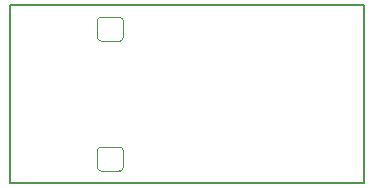
<source format=gbr>
%TF.GenerationSoftware,KiCad,Pcbnew,7.0.7-7.0.7~ubuntu23.04.1*%
%TF.CreationDate,2023-09-24T12:07:55+00:00*%
%TF.ProjectId,TFHT01,54464854-3031-42e6-9b69-6361645f7063,rev?*%
%TF.SameCoordinates,Original*%
%TF.FileFunction,Profile,NP*%
%FSLAX46Y46*%
G04 Gerber Fmt 4.6, Leading zero omitted, Abs format (unit mm)*
G04 Created by KiCad (PCBNEW 7.0.7-7.0.7~ubuntu23.04.1) date 2023-09-24 12:07:55*
%MOMM*%
%LPD*%
G01*
G04 APERTURE LIST*
%TA.AperFunction,Profile*%
%ADD10C,0.150000*%
%TD*%
%TA.AperFunction,Profile*%
%ADD11C,0.050000*%
%TD*%
G04 APERTURE END LIST*
D10*
X0Y15000000D02*
X30000000Y15000000D01*
X30000000Y0D01*
X0Y0D01*
X0Y15000000D01*
D11*
%TO.C,D2*%
X7400000Y12300000D02*
X7400000Y13700000D01*
X7700000Y14000000D02*
X9300000Y14000000D01*
X9300000Y12000000D02*
X7700000Y12000000D01*
X9600000Y13700000D02*
X9600000Y12300000D01*
X7700000Y14000000D02*
G75*
G03*
X7400000Y13700000I0J-300000D01*
G01*
X7400000Y12300000D02*
G75*
G03*
X7700000Y12000000I300000J0D01*
G01*
X9600000Y13700000D02*
G75*
G03*
X9300000Y14000000I-300000J0D01*
G01*
X9300000Y12000000D02*
G75*
G03*
X9600000Y12300000I0J300000D01*
G01*
%TO.C,D3*%
X7400000Y1300000D02*
X7400000Y2700000D01*
X7700000Y3000000D02*
X9300000Y3000000D01*
X9300000Y1000000D02*
X7700000Y1000000D01*
X9600000Y2700000D02*
X9600000Y1300000D01*
X7700000Y3000000D02*
G75*
G03*
X7400000Y2700000I0J-300000D01*
G01*
X7400000Y1300000D02*
G75*
G03*
X7700000Y1000000I300000J0D01*
G01*
X9600000Y2700000D02*
G75*
G03*
X9300000Y3000000I-300000J0D01*
G01*
X9300000Y1000000D02*
G75*
G03*
X9600000Y1300000I0J300000D01*
G01*
%TD*%
M02*

</source>
